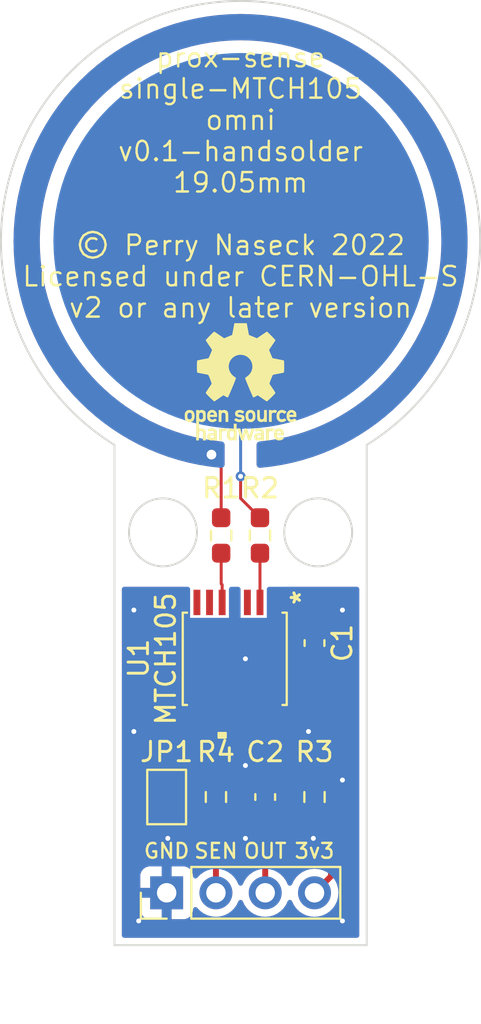
<source format=kicad_pcb>
(kicad_pcb (version 20211014) (generator pcbnew)
  (title_block (title "Prox Sense Single MTCH105 Omni 19.05mm Handsolder") (date "2022-03-09") (rev "v0.1") (company "Perry Naseck") (comment 4 "Copyright Perry Naseck 2022; licensed under CERN-OHL-S v2 or any later version"))
  (layers (0 "F.Cu" signal) (31 "B.Cu" signal) (34 "B.Paste" user) (35 "F.Paste" user) (36 "B.SilkS" user "B.Silkscreen") (37 "F.SilkS" user "F.Silkscreen") (38 "B.Mask" user) (39 "F.Mask" user) (44 "Edge.Cuts" user))
  (net 0 "")
  (net 1 "SENSE0")
  (net 2 "GUARD")
  (net 3 "Net-(R1-Pad1)")
  (net 4 "Net-(R2-Pad1)")
  (net 5 "+3V3")
  (net 6 "OUT")
  (net 7 "SENSITIVITY")
  (net 8 "Net-(C2-Pad1)")
  (net 9 "Net-(JP1-Pad1)")
  (net 10 "GND")
  (footprint "Resistor_SMD:R_0603_1608Metric_Pad0.98x0.95mm_HandSolder" (layer "F.Cu") (at 141.23 108.8725 90)
    (fp_text reference "R4" (at 2.3225 0) (layer "F.SilkS"))
    (fp_text value "330")
    (pad "1" smd roundrect (at -0.9125 0 90) (size 0.975 0.95) (layers "F.Cu" "F.Paste" "F.Mask") (net 7 "SENSITIVITY"))
    (pad "2" smd roundrect (at 0.9125 0 90) (size 0.975 0.95) (layers "F.Cu" "F.Paste" "F.Mask") (net 8 "Net-(C2-Pad1)"))
  )
  (footprint "Symbol:OSHW-Logo_5.7x6mm_SilkScreen" (layer "F.Cu") (at 142.493073 87.5)
    (fp_text reference "REF**" hide)
    (fp_text value "OSHW-Logo_5.7x6mm_SilkScreen" hide)
  )
  (footprint "Capacitor_SMD:C_0603_1608Metric_Pad1.08x0.95mm_HandSolder" (layer "F.Cu") (at 146.31 100.9485 -90)
    (fp_text reference "C1" (at 0 -1.43 90) (layer "F.SilkS"))
    (fp_text value "0.1uF")
    (pad "1" smd roundrect (at -0.8625 0 270) (size 1.075 0.95) (layers "F.Cu" "F.Paste" "F.Mask") (net 5 "+3V3"))
    (pad "2" smd roundrect (at 0.8625 0 270) (size 1.075 0.95) (layers "F.Cu" "F.Paste" "F.Mask") (net 10 "GND"))
  )
  (footprint "2021:MTCH105-I&slash_ST" (layer "F.Cu") (at 142.2 101.758852 -90)
    (fp_text reference "U1" (at -0.021852 4.953 90) (layer "F.SilkS"))
    (fp_text value "MTCH105" (at 0 3.556 90) (layer "F.SilkS"))
    (fp_text user "*" (at -3.15595 -3.4486 -90) (layer "F.SilkS"))
    (fp_text user "*" (at -3.15595 -3.4486 -90) (layer "F.SilkS"))
    (pad "1" smd rect (at -2.90195 -1.950001 270) (size 1.3081 0.3556) (layers "F.Cu" "F.Paste" "F.Mask") (net 5 "+3V3"))
    (pad "2" smd rect (at -2.90195 -1.3 270) (size 1.3081 0.3556) (layers "F.Cu" "F.Paste" "F.Mask") (net 4 "Net-(R2-Pad1)"))
    (pad "3" smd rect (at -2.90195 -0.649999 270) (size 1.3081 0.3556) (layers "F.Cu" "F.Paste" "F.Mask"))
    (pad "4" smd rect (at -2.90195 0 270) (size 1.3081 0.3556) (layers "F.Cu" "F.Paste" "F.Mask") (net 5 "+3V3"))
    (pad "5" smd rect (at -2.90195 0.649999 270) (size 1.3081 0.3556) (layers "F.Cu" "F.Paste" "F.Mask") (net 3 "Net-(R1-Pad1)"))
    (pad "6" smd rect (at -2.90195 1.3 270) (size 1.3081 0.3556) (layers "F.Cu" "F.Paste" "F.Mask"))
    (pad "7" smd rect (at -2.90195 1.949999 270) (size 1.3081 0.3556) (layers "F.Cu" "F.Paste" "F.Mask"))
    (pad "8" smd rect (at 2.90195 1.950001 270) (size 1.3081 0.3556) (layers "F.Cu" "F.Paste" "F.Mask"))
    (pad "9" smd rect (at 2.90195 1.3 270) (size 1.3081 0.3556) (layers "F.Cu" "F.Paste" "F.Mask"))
    (pad "10" smd rect (at 2.90195 0.650001 270) (size 1.3081 0.3556) (layers "F.Cu" "F.Paste" "F.Mask") (net 9 "Net-(JP1-Pad1)"))
    (pad "11" smd rect (at 2.90195 0 270) (size 1.3081 0.3556) (layers "F.Cu" "F.Paste" "F.Mask") (net 8 "Net-(C2-Pad1)"))
    (pad "12" smd rect (at 2.90195 -0.649999 270) (size 1.3081 0.3556) (layers "F.Cu" "F.Paste" "F.Mask"))
    (pad "13" smd rect (at 2.90195 -1.3 270) (size 1.3081 0.3556) (layers "F.Cu" "F.Paste" "F.Mask") (net 6 "OUT"))
    (pad "14" smd rect (at 2.90195 -1.949999 270) (size 1.3081 0.3556) (layers "F.Cu" "F.Paste" "F.Mask") (net 10 "GND"))
  )
  (footprint "Connector_PinHeader_2.54mm:PinHeader_1x04_P2.54mm_Vertical" (layer "F.Cu") (at 138.69 113.802 90)
    (fp_text reference "J1" hide)
    (fp_text value "Conn_01x04_Male")
    (pad "1" thru_hole rect (at 0 0 90) (size 1.7 1.7) (drill 1) (layers *.Cu *.Mask) (net 10 "GND"))
    (pad "2" thru_hole oval (at 0 2.54 90) (size 1.7 1.7) (drill 1) (layers *.Cu *.Mask) (net 7 "SENSITIVITY"))
    (pad "3" thru_hole oval (at 0 5.08 90) (size 1.7 1.7) (drill 1) (layers *.Cu *.Mask) (net 6 "OUT"))
    (pad "4" thru_hole oval (at 0 7.62 90) (size 1.7 1.7) (drill 1) (layers *.Cu *.Mask) (net 5 "+3V3"))
  )
  (footprint "Resistor_SMD:R_0603_1608Metric_Pad0.98x0.95mm_HandSolder" (layer "F.Cu") (at 141.5 95.4105 90)
    (fp_text reference "R1" (at 2.4365 0 180) (layer "F.SilkS"))
    (fp_text value "0")
    (pad "1" smd roundrect (at -0.9125 0 90) (size 0.975 0.95) (layers "F.Cu" "F.Paste" "F.Mask") (net 3 "Net-(R1-Pad1)"))
    (pad "2" smd roundrect (at 0.9125 0 90) (size 0.975 0.95) (layers "F.Cu" "F.Paste" "F.Mask") (net 2 "GUARD"))
  )
  (footprint "Resistor_SMD:R_0603_1608Metric_Pad0.98x0.95mm_HandSolder" (layer "F.Cu") (at 146.31 108.8725 -90)
    (fp_text reference "R3" (at -2.3225 0 180) (layer "F.SilkS"))
    (fp_text value "10k")
    (pad "1" smd roundrect (at -0.9125 0 270) (size 0.975 0.95) (layers "F.Cu" "F.Paste" "F.Mask") (net 5 "+3V3"))
    (pad "2" smd roundrect (at 0.9125 0 270) (size 0.975 0.95) (layers "F.Cu" "F.Paste" "F.Mask") (net 6 "OUT"))
  )
  (footprint "Capacitor_SMD:C_0603_1608Metric_Pad1.08x0.95mm_HandSolder" (layer "F.Cu") (at 143.77 108.8725 -90)
    (fp_text reference "C2" (at -2.3225 0 180) (layer "F.SilkS"))
    (fp_text value "0.1uF")
    (pad "1" smd roundrect (at -0.8625 0 270) (size 1.075 0.95) (layers "F.Cu" "F.Paste" "F.Mask") (net 8 "Net-(C2-Pad1)"))
    (pad "2" smd roundrect (at 0.8625 0 270) (size 1.075 0.95) (layers "F.Cu" "F.Paste" "F.Mask") (net 10 "GND"))
  )
  (footprint "Jumper:SolderJumper-2_P1.3mm_Bridged_Pad1.0x1.5mm" (layer "F.Cu") (at 138.69 108.8725 -90)
    (fp_text reference "JP1" (at -2.3225 0 180) (layer "F.SilkS"))
    (fp_text value "GC_Bridged")
    (fp_poly (pts (xy -0.25 -0.3) (xy 0.25 -0.3) (xy 0.25 0.3) (xy -0.25 0.3)) (layer "F.Cu") (width 0) (fill solid))
    (pad "1" smd rect (at -0.65 0 270) (size 1 1.5) (layers "F.Cu" "F.Mask") (net 9 "Net-(JP1-Pad1)"))
    (pad "2" smd rect (at 0.65 0 270) (size 1 1.5) (layers "F.Cu" "F.Mask") (net 10 "GND"))
  )
  (footprint "Resistor_SMD:R_0603_1608Metric_Pad0.98x0.95mm_HandSolder" (layer "F.Cu") (at 143.5 95.4105 90)
    (fp_text reference "R2" (at 2.4365 0 180) (layer "F.SilkS"))
    (fp_text value "4.7k")
    (pad "1" smd roundrect (at -0.9125 0 90) (size 0.975 0.95) (layers "F.Cu" "F.Paste" "F.Mask") (net 4 "Net-(R2-Pad1)"))
    (pad "2" smd roundrect (at 0.9125 0 90) (size 0.975 0.95) (layers "F.Cu" "F.Paste" "F.Mask") (net 1 "SENSE0"))
  )
  (footprint "prox-sense:prox-sense-cap-omni-19.05mm" (layer "B.Cu") (at 142.499994 80.250005 180)
    (fp_text reference "U2" hide)
    (fp_text value "prox-sense-cap" hide)
    (fp_poly (pts (xy -0.000254 11.502918) (xy -0.59332 11.487916) (xy -1.178601 11.443405) (xy -1.755372 11.370109) (xy -2.322909 11.268752) (xy -2.880489 11.140059) (xy -3.427386 10.984754) (xy -3.962877 10.80356) (xy -4.486238 10.597202) (xy -4.996744 10.366404) (xy -5.493672 10.11189) (xy -5.976297 9.834384) (xy -6.443896 9.534611) (xy -6.895744 9.213293) (xy -7.331117 8.871157) (xy -7.749291 8.508924) (xy -8.149541 8.127321) (xy -8.531145 7.72707) (xy -8.893377 7.308896) (xy -9.235514 6.873523) (xy -9.556831 6.421676) (xy -9.856605 5.954077) (xy -10.13411 5.471452) (xy -10.388624 4.974524) (xy -10.619422 4.464018) (xy -10.82578 3.940658) (xy -11.006974 3.405167) (xy -11.162279 2.85827) (xy -11.290972 2.300691) (xy -11.392328 1.733155) (xy -11.465624 1.156384) (xy -11.510135 0.571104) (xy -11.525137 -0.021962) (xy -11.511847 -0.579264) (xy -11.472364 -1.130121) (xy -11.407272 -1.673896) (xy -11.317153 -2.209954) (xy -11.202592 -2.737658) (xy -11.064171 -3.256371) (xy -10.902473 -3.765458) (xy -10.718081 -4.264282) (xy -10.511579 -4.752206) (xy -10.28355 -5.228596) (xy -10.034577 -5.692813) (xy -9.765243 -6.144223) (xy -9.47613 -6.582188) (xy -9.167823 -7.006073) (xy -8.840905 -7.415241) (xy -8.495958 -7.809056) (xy -8.133565 -8.186881) (xy -7.754311 -8.548081) (xy -7.358777 -8.892019) (xy -6.947548 -9.218059) (xy -6.521205 -9.525564) (xy -6.080333 -9.813899) (xy -5.625515 -10.082426) (xy -5.157333 -10.33051) (xy -4.676371 -10.557515) (xy -4.183211 -10.762804) (xy -3.678438 -10.945741) (xy -3.162634 -11.105689) (xy -2.636383 -11.242013) (xy -2.100266 -11.354075) (xy -1.554869 -11.441241) (xy -1.000773 -11.502873) (xy -1.000193 -10.499363) (xy -1.502699 -10.439352) (xy -1.997203 -10.356354) (xy -2.483183 -10.250943) (xy -2.960118 -10.123691) (xy -3.427486 -9.975172) (xy -3.884766 -9.805961) (xy -4.331437 -9.61663) (xy -4.766977 -9.407752) (xy -5.190865 -9.179902) (xy -5.60258 -8.933653) (xy -6.0016 -8.669579) (xy -6.387404 -8.388252) (xy -6.75947 -8.090247) (xy -7.117278 -7.776136) (xy -7.460305 -7.446494) (xy -7.788031 -7.101894) (xy -8.099933 -6.742909) (xy -8.395492 -6.370113) (xy -8.674184 -5.984079) (xy -8.93549 -5.585382) (xy -9.178887 -5.174593) (xy -9.403855 -4.752288) (xy -9.609871 -4.319039) (xy -9.796415 -3.87542) (xy -9.962966 -3.422004) (xy -10.109 -2.959365) (xy -10.233999 -2.488076) (xy -10.337439 -2.008712) (xy -10.4188 -1.521844) (xy -10.477561 -1.028048) (xy -10.513199 -0.527896) (xy -10.525195 -0.021962) (xy -10.5115 0.519643) (xy -10.470856 1.054138) (xy -10.403925 1.580863) (xy -10.311367 2.099155) (xy -10.193845 2.608353) (xy -10.052019 3.107797) (xy -9.88655 3.596825) (xy -9.6981 4.074775) (xy -9.487331 4.540987) (xy -9.254903 4.994799) (xy -9.001477 5.435549) (xy -8.727716 5.862577) (xy -8.43428 6.275221) (xy -8.121831 6.67282) (xy -7.791029 7.054712) (xy -7.442537 7.420236) (xy -7.077015 7.768732) (xy -6.695125 8.099536) (xy -6.297528 8.411989) (xy -5.884885 8.70543) (xy -5.457857 8.979195) (xy -5.017107 9.232625) (xy -4.563295 9.465058) (xy -4.097082 9.675833) (xy -3.61913 9.864289) (xy -3.1301 10.029763) (xy -2.630654 10.171595) (xy -2.121452 10.289124) (xy -1.603155 10.381688) (xy -1.076426 10.448626) (xy -0.541926 10.489277) (xy -0.000315 10.502979) (xy 0.521612 10.490065) (xy 1.039997 10.451517) (xy 1.553977 10.387694) (xy 2.062689 10.298951) (xy 2.56527 10.185648) (xy 3.060858 10.04814) (xy 3.54859 9.886786) (xy 4.027603 9.701942) (xy 4.497034 9.493966) (xy 4.956022 9.263216) (xy 5.403703 9.010048) (xy 5.839214 8.73482) (xy 6.261694 8.437889) (xy 6.670278 8.119612) (xy 7.064105 7.780347) (xy 7.442312 7.420452) (xy 7.802225 7.042262) (xy 8.141509 6.648451) (xy 8.459805 6.239883) (xy 8.756756 5.817419) (xy 9.032005 5.381922) (xy 9.285195 4.934256) (xy 9.515968 4.475282) (xy 9.723967 4.005864) (xy 9.908834 3.526864) (xy 10.070212 3.039144) (xy 10.207744 2.543569) (xy 10.321072 2.040999) (xy 10.409839 1.532299) (xy 10.473687 1.01833) (xy 10.512259 0.499956) (xy 10.525198 -0.021962) (xy 10.513201 -0.527909) (xy 10.47756 -1.028074) (xy 10.418796 -1.521883) (xy 10.337429 -2.008762) (xy 10.233982 -2.488138) (xy 10.108975 -2.959438) (xy 9.962931 -3.422087) (xy 9.796371 -3.875512) (xy 9.609815 -4.31914) (xy 9.403787 -4.752397) (xy 9.178806 -5.174709) (xy 8.935394 -5.585504) (xy 8.674073 -5.984207) (xy 8.395365 -6.370245) (xy 8.09979 -6.743044) (xy 7.78787 -7.102031) (xy 7.460127 -7.446633) (xy 7.117081 -7.776275) (xy 6.759255 -8.090384) (xy 6.38717 -8.388387) (xy 6.001347 -8.669711) (xy 5.602307 -8.933781) (xy 5.190572 -9.180024) (xy 4.766664 -9.407866) (xy 4.331104 -9.616734) (xy 3.884413 -9.806055) (xy 3.427113 -9.975255) (xy 2.959725 -10.12376) (xy 2.482771 -10.250997) (xy 1.996771 -10.356392) (xy 1.502248 -10.439372) (xy 0.999723 -10.499363) (xy 0.999685 -11.502919) (xy 1.553803 -11.441338) (xy 2.099225 -11.354221) (xy 2.635367 -11.242204) (xy 3.161646 -11.105924) (xy 3.677478 -10.946016) (xy 4.182281 -10.763118) (xy 4.675472 -10.557864) (xy 5.156466 -10.330891) (xy 5.624681 -10.082836) (xy 6.079534 -9.814334) (xy 6.520441 -9.526022) (xy 6.94682 -9.218536) (xy 7.358086 -8.892512) (xy 7.753657 -8.548586) (xy 8.132949 -8.187394) (xy 8.495379 -7.809574) (xy 8.840364 -7.415759) (xy 9.167321 -7.006588) (xy 9.475667 -6.582696) (xy 9.764817 -6.144719) (xy 10.03419 -5.693294) (xy 10.283202 -5.229056) (xy 10.511268 -4.752643) (xy 10.717808 -4.264689) (xy 10.902236 -3.765831) (xy 11.06397 -3.256706) (xy 11.202427 -2.73795) (xy 11.317023 -2.210198) (xy 11.407175 -1.674087) (xy 11.472301 -1.130253) (xy 11.511815 -0.579333) (xy 11.525137 -0.021962) (xy 11.510972 0.549518) (xy 11.468739 1.117121) (xy 11.39883 1.679903) (xy 11.301635 2.236919) (xy 11.177545 2.787223) (xy 11.026953 3.329872) (xy 10.850248 3.863919) (xy 10.647824 4.388422) (xy 10.42007 4.902433) (xy 10.167379 5.40501) (xy 9.890141 5.895206) (xy 9.588748 6.372077) (xy 9.263591 6.834678) (xy 8.915061 7.282065) (xy 8.543551 7.713292) (xy 8.14945 8.127414) (xy 7.735318 8.521506) (xy 7.304081 8.893008) (xy 6.856685 9.241527) (xy 6.394074 9.566674) (xy 5.917193 9.868057) (xy 5.426986 10.145283) (xy 4.924399 10.397963) (xy 4.410376 10.625705) (xy 3.885862 10.828118) (xy 3.351801 11.00481) (xy 2.809138 11.15539) (xy 2.258818 11.279467) (xy 1.701785 11.37665) (xy 1.138985 11.446546) (xy 0.571362 11.488766) (xy -0.00014 11.502918) (xy -0.000254 11.502918)) (layer "F.Cu") (width 0.354009) (fill solid))
    (fp_poly (pts (xy 9.5 0) (xy 9.487606 -0.490156) (xy 9.450823 -0.973876) (xy 9.390251 -1.450564) (xy 9.306486 -1.91962) (xy 9.200128 -2.380446) (xy 9.071775 -2.832444) (xy 8.922026 -3.275015) (xy 8.751478 -3.70756) (xy 8.560732 -4.129481) (xy 8.350384 -4.540181) (xy 8.121034 -4.939059) (xy 7.87328 -5.325518) (xy 7.60772 -5.698959) (xy 7.324954 -6.058784) (xy 7.025578 -6.404395) (xy 6.710193 -6.735192) (xy 6.379396 -7.050577) (xy 6.033785 -7.349953) (xy 5.67396 -7.632719) (xy 5.300519 -7.898279) (xy 4.91406 -8.146033) (xy 4.515182 -8.375383) (xy 4.104482 -8.585731) (xy 3.682561 -8.776477) (xy 3.250016 -8.947025) (xy 2.807445 -9.096774) (xy 2.355447 -9.225127) (xy 1.894621 -9.331485) (xy 1.425565 -9.41525) (xy 0.948877 -9.475822) (xy 0.465157 -9.512605) (xy -0.024999 -9.524999) (xy -0.515154 -9.512605) (xy -0.998875 -9.475822) (xy -1.475562 -9.41525) (xy -1.944618 -9.331485) (xy -2.405445 -9.225127) (xy -2.857442 -9.096774) (xy -3.300013 -8.947025) (xy -3.732559 -8.776477) (xy -4.15448 -8.585731) (xy -4.565179 -8.375383) (xy -4.964058 -8.146033) (xy -5.350517 -7.898279) (xy -5.723958 -7.632719) (xy -6.083783 -7.349953) (xy -6.429393 -7.050577) (xy -6.760191 -6.735192) (xy -7.075576 -6.404395) (xy -7.374952 -6.058784) (xy -7.657718 -5.698959) (xy -7.923278 -5.325518) (xy -8.171032 -4.939059) (xy -8.400382 -4.540181) (xy -8.61073 -4.129481) (xy -8.801477 -3.70756) (xy -8.972024 -3.275015) (xy -9.121773 -2.832444) (xy -9.250126 -2.380446) (xy -9.356484 -1.91962) (xy -9.440249 -1.450564) (xy -9.500822 -0.973876) (xy -9.537604 -0.490156) (xy -9.549998 0) (xy -9.537604 0.490155) (xy -9.500822 0.973876) (xy -9.440249 1.450563) (xy -9.356484 1.919619) (xy -9.250126 2.380446) (xy -9.121773 2.832443) (xy -8.972024 3.275014) (xy -8.801477 3.70756) (xy -8.61073 4.129481) (xy -8.400382 4.54018) (xy -8.171032 4.939059) (xy -7.923278 5.325518) (xy -7.657718 5.698959) (xy -7.374952 6.058784) (xy -7.075576 6.404394) (xy -6.760191 6.735192) (xy -6.429393 7.050577) (xy -6.083783 7.349953) (xy -5.723958 7.632719) (xy -5.350517 7.898279) (xy -4.964058 8.146033) (xy -4.565179 8.375383) (xy -4.15448 8.585731) (xy -3.732559 8.776478) (xy -3.300013 8.947025) (xy -2.857442 9.096774) (xy -2.405445 9.225127) (xy -1.944618 9.331485) (xy -1.475562 9.41525) (xy -0.998875 9.475823) (xy -0.515154 9.512605) (xy -0.024999 9.524999) (xy 0.465157 9.512605) (xy 0.948877 9.475823) (xy 1.425565 9.41525) (xy 1.894621 9.331485) (xy 2.355447 9.225127) (xy 2.807445 9.096774) (xy 3.250016 8.947025) (xy 3.682561 8.776478) (xy 4.104482 8.585731) (xy 4.515182 8.375383) (xy 4.91406 8.146033) (xy 5.300519 7.898279) (xy 5.67396 7.632719) (xy 6.033785 7.349953) (xy 6.379396 7.050577) (xy 6.710193 6.735192) (xy 7.025578 6.404394) (xy 7.324954 6.058784) (xy 7.60772 5.698959) (xy 7.87328 5.325518) (xy 8.121034 4.939059) (xy 8.350384 4.54018) (xy 8.560732 4.129481) (xy 8.751478 3.70756) (xy 8.922026 3.275014) (xy 9.071775 2.832443) (xy 9.200128 2.380446) (xy 9.306486 1.919619) (xy 9.390251 1.450563) (xy 9.450823 0.973876) (xy 9.487606 0.490155) (xy 9.5 0)) (layer "B.Cu") (width 0.292575) (fill solid))
    (fp_poly (pts (xy -0.000254 11.502918) (xy -0.59332 11.487916) (xy -1.178601 11.443405) (xy -1.755372 11.370109) (xy -2.322909 11.268752) (xy -2.880489 11.140059) (xy -3.427386 10.984754) (xy -3.962877 10.80356) (xy -4.486238 10.597202) (xy -4.996744 10.366404) (xy -5.493672 10.11189) (xy -5.976297 9.834384) (xy -6.443896 9.534611) (xy -6.895744 9.213293) (xy -7.331117 8.871157) (xy -7.749291 8.508924) (xy -8.149541 8.127321) (xy -8.531145 7.72707) (xy -8.893377 7.308896) (xy -9.235514 6.873523) (xy -9.556831 6.421676) (xy -9.856605 5.954077) (xy -10.13411 5.471452) (xy -10.388624 4.974524) (xy -10.619422 4.464018) (xy -10.82578 3.940658) (xy -11.006974 3.405167) (xy -11.162279 2.85827) (xy -11.290972 2.300691) (xy -11.392328 1.733155) (xy -11.465624 1.156384) (xy -11.510135 0.571104) (xy -11.525137 -0.021962) (xy -11.511847 -0.579264) (xy -11.472364 -1.130121) (xy -11.407272 -1.673896) (xy -11.317153 -2.209954) (xy -11.202592 -2.737658) (xy -11.064171 -3.256371) (xy -10.902473 -3.765458) (xy -10.718081 -4.264282) (xy -10.511579 -4.752206) (xy -10.28355 -5.228596) (xy -10.034577 -5.692813) (xy -9.765243 -6.144223) (xy -9.47613 -6.582188) (xy -9.167823 -7.006073) (xy -8.840905 -7.415241) (xy -8.495958 -7.809056) (xy -8.133565 -8.186881) (xy -7.754311 -8.548081) (xy -7.358777 -8.892019) (xy -6.947548 -9.218059) (xy -6.521205 -9.525564) (xy -6.080333 -9.813899) (xy -5.625515 -10.082426) (xy -5.157333 -10.33051) (xy -4.676371 -10.557515) (xy -4.183211 -10.762804) (xy -3.678438 -10.945741) (xy -3.162634 -11.105689) (xy -2.636383 -11.242013) (xy -2.100266 -11.354075) (xy -1.554869 -11.441241) (xy -1.000773 -11.502873) (xy -1.000193 -10.499363) (xy -1.502699 -10.439352) (xy -1.997203 -10.356354) (xy -2.483183 -10.250943) (xy -2.960118 -10.123691) (xy -3.427486 -9.975172) (xy -3.884766 -9.805961) (xy -4.331437 -9.61663) (xy -4.766977 -9.407752) (xy -5.190865 -9.179902) (xy -5.60258 -8.933653) (xy -6.0016 -8.669579) (xy -6.387404 -8.388252) (xy -6.75947 -8.090247) (xy -7.117278 -7.776136) (xy -7.460305 -7.446494) (xy -7.788031 -7.101894) (xy -8.099933 -6.742909) (xy -8.395492 -6.370113) (xy -8.674184 -5.984079) (xy -8.93549 -5.585382) (xy -9.178887 -5.174593) (xy -9.403855 -4.752288) (xy -9.609871 -4.319039) (xy -9.796415 -3.87542) (xy -9.962966 -3.422004) (xy -10.109 -2.959365) (xy -10.233999 -2.488076) (xy -10.337439 -2.008712) (xy -10.4188 -1.521844) (xy -10.477561 -1.028048) (xy -10.513199 -0.527896) (xy -10.525195 -0.021962) (xy -10.5115 0.519643) (xy -10.470856 1.054138) (xy -10.403925 1.580863) (xy -10.311367 2.099155) (xy -10.193845 2.608353) (xy -10.052019 3.107797) (xy -9.88655 3.596825) (xy -9.6981 4.074775) (xy -9.487331 4.540987) (xy -9.254903 4.994799) (xy -9.001477 5.435549) (xy -8.727716 5.862577) (xy -8.43428 6.275221) (xy -8.121831 6.67282) (xy -7.791029 7.054712) (xy -7.442537 7.420236) (xy -7.077015 7.768732) (xy -6.695125 8.099536) (xy -6.297528 8.411989) (xy -5.884885 8.70543) (xy -5.457857 8.979195) (xy -5.017107 9.232625) (xy -4.563295 9.465058) (xy -4.097082 9.675833) (xy -3.61913 9.864289) (xy -3.1301 10.029763) (xy -2.630654 10.171595) (xy -2.121452 10.289124) (xy -1.603155 10.381688) (xy -1.076426 10.448626) (xy -0.541926 10.489277) (xy -0.000315 10.502979) (xy 0.521612 10.490065) (xy 1.039997 10.451517) (xy 1.553977 10.387694) (xy 2.062689 10.298951) (xy 2.56527 10.185648) (xy 3.060858 10.04814) (xy 3.54859 9.886786) (xy 4.027603 9.701942) (xy 4.497034 9.493966) (xy 4.956022 9.263216) (xy 5.403703 9.010048) (xy 5.839214 8.73482) (xy 6.261694 8.437889) (xy 6.670278 8.119612) (xy 7.064105 7.780347) (xy 7.442312 7.420452) (xy 7.802225 7.042262) (xy 8.141509 6.648451) (xy 8.459805 6.239883) (xy 8.756756 5.817419) (xy 9.032005 5.381922) (xy 9.285195 4.934256) (xy 9.515968 4.475282) (xy 9.723967 4.005864) (xy 9.908834 3.526864) (xy 10.070212 3.039144) (xy 10.207744 2.543569) (xy 10.321072 2.040999) (xy 10.409839 1.532299) (xy 10.473687 1.01833) (xy 10.512259 0.499956) (xy 10.525198 -0.021962) (xy 10.513201 -0.527909) (xy 10.47756 -1.028074) (xy 10.418796 -1.521883) (xy 10.337429 -2.008762) (xy 10.233982 -2.488138) (xy 10.108975 -2.959438) (xy 9.962931 -3.422087) (xy 9.796371 -3.875512) (xy 9.609815 -4.31914) (xy 9.403787 -4.752397) (xy 9.178806 -5.174709) (xy 8.935394 -5.585504) (xy 8.674073 -5.984207) (xy 8.395365 -6.370245) (xy 8.09979 -6.743044) (xy 7.78787 -7.102031) (xy 7.460127 -7.446633) (xy 7.117081 -7.776275) (xy 6.759255 -8.090384) (xy 6.38717 -8.388387) (xy 6.001347 -8.669711) (xy 5.602307 -8.933781) (xy 5.190572 -9.180024) (xy 4.766664 -9.407866) (xy 4.331104 -9.616734) (xy 3.884413 -9.806055) (xy 3.427113 -9.975255) (xy 2.959725 -10.12376) (xy 2.482771 -10.250997) (xy 1.996771 -10.356392) (xy 1.502248 -10.439372) (xy 0.999723 -10.499363) (xy 0.999685 -11.502919) (xy 1.553803 -11.441338) (xy 2.099225 -11.354221) (xy 2.635367 -11.242204) (xy 3.161646 -11.105924) (xy 3.677478 -10.946016) (xy 4.182281 -10.763118) (xy 4.675472 -10.557864) (xy 5.156466 -10.330891) (xy 5.624681 -10.082836) (xy 6.079534 -9.814334) (xy 6.520441 -9.526022) (xy 6.94682 -9.218536) (xy 7.358086 -8.892512) (xy 7.753657 -8.548586) (xy 8.132949 -8.187394) (xy 8.495379 -7.809574) (xy 8.840364 -7.415759) (xy 9.167321 -7.006588) (xy 9.475667 -6.582696) (xy 9.764817 -6.144719) (xy 10.03419 -5.693294) (xy 10.283202 -5.229056) (xy 10.511268 -4.752643) (xy 10.717808 -4.264689) (xy 10.902236 -3.765831) (xy 11.06397 -3.256706) (xy 11.202427 -2.73795) (xy 11.317023 -2.210198) (xy 11.407175 -1.674087) (xy 11.472301 -1.130253) (xy 11.511815 -0.579333) (xy 11.525137 -0.021962) (xy 11.510972 0.549518) (xy 11.468739 1.117121) (xy 11.39883 1.679903) (xy 11.301635 2.236919) (xy 11.177545 2.787223) (xy 11.026953 3.329872) (xy 10.850248 3.863919) (xy 10.647824 4.388422) (xy 10.42007 4.902433) (xy 10.167379 5.40501) (xy 9.890141 5.895206) (xy 9.588748 6.372077) (xy 9.263591 6.834678) (xy 8.915061 7.282065) (xy 8.543551 7.713292) (xy 8.14945 8.127414) (xy 7.735318 8.521506) (xy 7.304081 8.893008) (xy 6.856685 9.241527) (xy 6.394074 9.566674) (xy 5.917193 9.868057) (xy 5.426986 10.145283) (xy 4.924399 10.397963) (xy 4.410376 10.625705) (xy 3.885862 10.828118) (xy 3.351801 11.00481) (xy 2.809138 11.15539) (xy 2.258818 11.279467) (xy 1.701785 11.37665) (xy 1.138985 11.446546) (xy 0.571362 11.488766) (xy -0.00014 11.502918) (xy -0.000254 11.502918)) (layer "B.Cu") (width 0.354009) (fill solid))
    (pad "1" smd roundrect (at 0 -8.625 180) (size 2.286 1.524) (layers "B.Cu") (net 1 "SENSE0"))
    (pad "2" smd circle (at -1.5 -11 180) (size 1 1) (layers "B.Cu") (net 2 "GUARD"))
    (pad "2" thru_hole circle (at 1.5 -11 180) (size 1 1) (drill 0.5) (layers *.Cu) (net 2 "GUARD"))
    (pad "2" smd circle (at -1.5 -11 90) (size 1 1) (layers "F.Cu") (net 2 "GUARD"))
  )
  (gr_circle (center 146.5 95.25) (end 148.25 95.25) (layer "Edge.Cuts") (width 0.1) (fill none))
  (gr_arc (start 136 90.75) (mid 142.5 67.900911) (end 149 90.75) (layer "Edge.Cuts") (width 0.1))
  (gr_circle (center 138.5 95.25) (end 140.25 95.25) (layer "Edge.Cuts") (width 0.1) (fill none))
  (gr_line (start 136 90.75) (end 136 116.5) (layer "Edge.Cuts") (width 0.1))
  (gr_line (start 149 116.5) (end 136 116.5) (layer "Edge.Cuts") (width 0.1))
  (gr_line (start 149 90.75) (end 149 116.5) (layer "Edge.Cuts") (width 0.1))
  (gr_text "prox-sense\nsingle-MTCH105\nomni\nv0.1-handsolder\n19.05mm\n\n© Perry Naseck 2022\nLicensed under CERN-OHL-S\nv2 or any later version" (at 142.499994 77.250011) (layer "F.SilkS") (effects (font (size 1 1) (thickness 0.125))))
  (gr_text "GND" (at 138.69 111.65) (layer "F.SilkS") (effects (font (size 0.762 0.762) (thickness 0.127))))
  (gr_text "OUT" (at 143.77 111.65) (layer "F.SilkS") (effects (font (size 0.762 0.762) (thickness 0.127))))
  (gr_text "SEN" (at 141.23 111.65) (layer "F.SilkS") (effects (font (size 0.762 0.762) (thickness 0.127))))
  (gr_text "3v3" (at 146.31 111.65) (layer "F.SilkS") (effects (font (size 0.762 0.762) (thickness 0.127))))
  (segment (start 142.5 93.498) (end 142.501 93.499) (width 0.1524) (layer "F.Cu") (net 1))
  (segment (start 142.501 93.499) (end 143.5 94.498) (width 0.1524) (layer "F.Cu") (net 1))
  (segment (start 142.501 92.368355) (end 142.501798 92.367557) (width 0.1524) (layer "F.Cu") (net 1))
  (segment (start 142.501 93.499) (end 142.501 92.368355) (width 0.1524) (layer "F.Cu") (net 1))
  (via (at 142.501798 92.367557) (size 0.508) (drill 0.254) (layers "F.Cu" "B.Cu") (net 1))
  (segment (start 142.499994 88.875005) (end 142.501798 88.876809) (width 0.1524) (layer "B.Cu") (net 1))
  (segment (start 142.501798 88.876809) (end 142.501798 92.367557) (width 0.1524) (layer "B.Cu") (net 1))
  (segment (start 141 91.25) (end 141.5 91.75) (width 0.1524) (layer "F.Cu") (net 2))
  (segment (start 141.5 91.75) (end 141.5 94.498) (width 0.1524) (layer "F.Cu") (net 2))
  (segment (start 141.550001 97.942454) (end 141.5 97.892453) (width 0.1524) (layer "F.Cu") (net 3))
  (segment (start 141.550001 98.856902) (end 141.550001 97.942454) (width 0.1524) (layer "F.Cu") (net 3))
  (segment (start 141.5 97.892453) (end 141.5 96.323) (width 0.1524) (layer "F.Cu") (net 3))
  (segment (start 143.5 98.856902) (end 143.5 96.323) (width 0.1524) (layer "F.Cu") (net 4))
  (segment (start 146.31 100.086) (end 142.430625 100.086) (width 0.3048) (layer "F.Cu") (net 5))
  (segment (start 147.16 112.952) (end 147.16 108.81) (width 0.3048) (layer "F.Cu") (net 5))
  (segment (start 145.379099 100.086) (end 144.150001 98.856902) (width 0.3048) (layer "F.Cu") (net 5))
  (segment (start 146.31 100.086) (end 145.379099 100.086) (width 0.3048) (layer "F.Cu") (net 5))
  (segment (start 146.31 107.96) (end 147.08932 107.18068) (width 0.3048) (layer "F.Cu") (net 5))
  (segment (start 147.08932 100.86532) (end 146.31 100.086) (width 0.3048) (layer "F.Cu") (net 5))
  (segment (start 142.430625 100.086) (end 142.2 99.855375) (width 0.3048) (layer "F.Cu") (net 5))
  (segment (start 147.16 108.81) (end 146.31 107.96) (width 0.3048) (layer "F.Cu") (net 5))
  (segment (start 146.31 113.802) (end 147.16 112.952) (width 0.3048) (layer "F.Cu") (net 5))
  (segment (start 147.08932 107.18068) (end 147.08932 100.86532) (width 0.3048) (layer "F.Cu") (net 5))
  (segment (start 142.2 99.855375) (end 142.2 98.856902) (width 0.3048) (layer "F.Cu") (net 5))
  (segment (start 143.77 113.802) (end 143.77 112.325) (width 0.3048) (layer "F.Cu") (net 6))
  (segment (start 143.77 112.325) (end 146.31 109.785) (width 0.3048) (layer "F.Cu") (net 6))
  (segment (start 146.31 109.785) (end 145.5 108.975) (width 0.3048) (layer "F.Cu") (net 6))
  (segment (start 145.5 108.975) (end 145.5 107.5) (width 0.3048) (layer "F.Cu") (net 6))
  (segment (start 145.5 107.5) (end 143.5 105.5) (width 0.3048) (layer "F.Cu") (net 6))
  (segment (start 143.5 105.5) (end 143.5 104.660802) (width 0.3048) (layer "F.Cu") (net 6))
  (segment (start 141.23 113.802) (end 141.23 109.785) (width 0.3048) (layer "F.Cu") (net 7))
  (segment (start 141.23 107.96) (end 143.72 107.96) (width 0.3048) (layer "F.Cu") (net 8))
  (segment (start 142.2 104.660802) (end 142.2 106.99) (width 0.3048) (layer "F.Cu") (net 8))
  (segment (start 143.72 107.96) (end 143.77 108.01) (width 0.3048) (layer "F.Cu") (net 8))
  (segment (start 142.2 106.99) (end 141.23 107.96) (width 0.3048) (layer "F.Cu") (net 8))
  (segment (start 138.69 108.2225) (end 141.549999 105.362501) (width 0.3048) (layer "F.Cu") (net 9))
  (segment (start 141.549999 105.362501) (end 141.549999 104.660802) (width 0.3048) (layer "F.Cu") (net 9))
  (via (at 146 105.5) (size 0.508) (drill 0.254) (layers "F.Cu" "B.Cu") (net 10))
  (via (at 142.75 101.758852) (size 0.508) (drill 0.254) (layers "F.Cu" "B.Cu") (net 10))
  (via (at 147.75 108) (size 0.508) (drill 0.254) (layers "F.Cu" "B.Cu") (net 10))
  (via (at 142.75 107.25) (size 0.508) (drill 0.254) (layers "F.Cu" "B.Cu") (net 10))
  (via (at 137 99.25) (size 0.508) (drill 0.254) (layers "F.Cu" "B.Cu") (net 10))
  (via (at 147.75 115.25) (size 0.508) (drill 0.254) (layers "F.Cu" "B.Cu") (net 10))
  (via (at 138.75 111) (size 0.508) (drill 0.254) (layers "F.Cu" "B.Cu") (net 10))
  (via (at 146.25 111) (size 0.508) (drill 0.254) (layers "F.Cu" "B.Cu") (net 10))
  (via (at 142.75 111) (size 0.508) (drill 0.254) (layers "F.Cu" "B.Cu") (net 10))
  (via (at 137.25 115.25) (size 0.508) (drill 0.254) (layers "F.Cu" "B.Cu") (net 10))
  (via (at 137 105.5) (size 0.508) (drill 0.254) (layers "F.Cu" "B.Cu") (net 10))
  (via (at 147.75 99.25) (size 0.508) (drill 0.254) (layers "F.Cu" "B.Cu") (net 10))
  (zone (net 10) (net_name "GND") (layers F&B.Cu) (connect_pads (clearance 0.381)) (min_thickness 0.254) (fill yes (thermal_gap 0.508) (thermal_bridge_width 0.508))
    (polygon (pts (xy 149 116.5) (xy 136 116.5) (xy 136 98.05) (xy 139.9 98.05) (xy 139.9 99.65) (xy 141.9 99.65) (xy 141.9 98.05) (xy 142.5 98.05) (xy 142.5 99.65) (xy 143.85 99.65) (xy 143.85 98.05) (xy 148.95 98.05)))
  )
)
</source>
